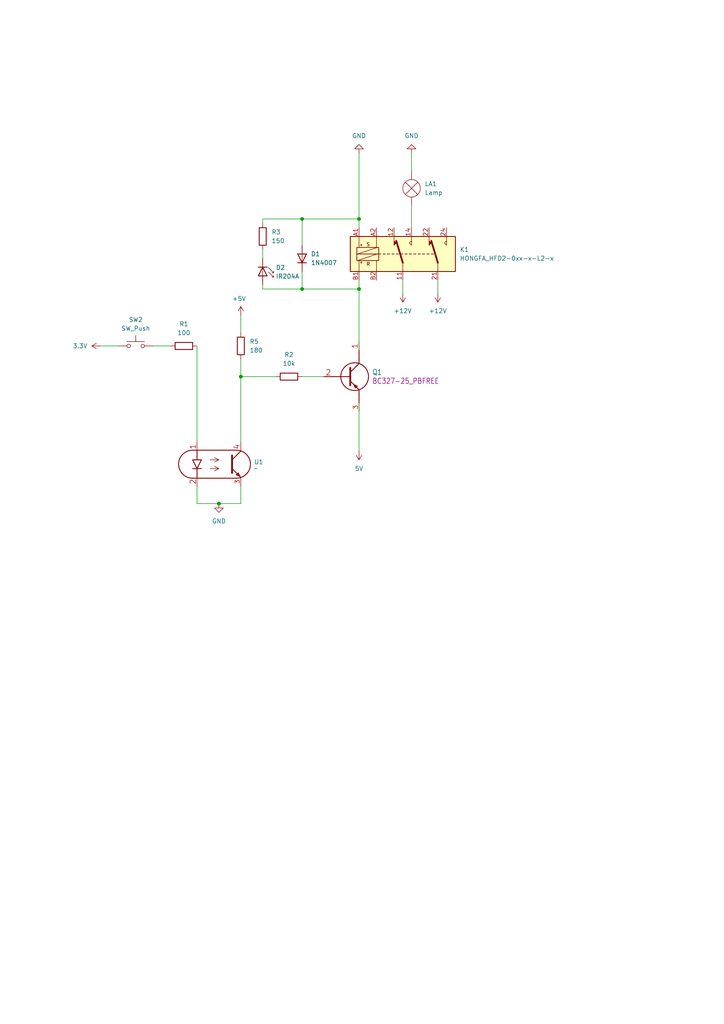
<source format=kicad_sch>
(kicad_sch (version 20250114) (generator "eeschema") (generator_version "9.0")
  (paper "A4" portrait)
  (lib_symbols
    (symbol "BC327-25_PBFREE_1" (pin_names (hide yes))
      (property "Reference" "Q" (at 13.97 1.27 0))
      (property "Part Name" "BC327-25_PBFREE" (at 13.97 -1.27 0))
      (symbol "BC327-25_PBFREE_1_1_0"
        (polyline (pts (xy 0 0) (xy 2.54 0)) (stroke (width 0.254)))
        (polyline (pts (xy 2.54 0) (xy 7.62 0)) (stroke (width 0.254)))
        (polyline (pts (xy 7.62 2.54) (xy 7.62 -2.54)) (stroke (width 0.508)))
        (polyline (pts (xy 7.62 1.27) (xy 10.16 3.81)) (stroke (width 0.254)))
        (polyline (pts (xy 7.62 -1.27) (xy 10.16 -3.81)) (stroke (width 0.254)))
        (arc (start 8.89 4.0161) (mid 12.9061 0) (end 8.89 -4.0161) (stroke (width 0.254)))
        (arc (start 8.89 -4.0161) (mid 4.8739 0) (end 8.89 4.0161) (stroke (width 0.254)))
        (polyline (pts (xy 9.652 -2.794) (xy 9.144 -3.302) (xy 8.636 -2.286) (xy 9.652 -2.794)) (stroke (width 0.254)) (fill (type outline)))
        (polyline (pts (xy 10.16 7.62) (xy 10.16 5.08)) (stroke (width 0.254)))
        (polyline (pts (xy 10.16 3.81) (xy 10.16 5.08)) (stroke (width 0.254)))
        (polyline (pts (xy 10.16 -3.81) (xy 10.16 -5.08)) (stroke (width 0.254)))
        (polyline (pts (xy 10.16 -7.62) (xy 10.16 -5.08)) (stroke (width 0.254)))
        (pin passive line (at 0 0 0) (length 2.54) (name "B") (number "2"))
        (pin passive line (at 10.16 7.62 90) (length 2.54) (name "C") (number "1"))
      )
      (symbol "BC327-25_PBFREE_1_1_1"
        (pin passive line (at 10.16 -7.62 270) (length 2.54) (name "A") (number "3"))
      )
    )
    (symbol "Device:Lamp" (pin_numbers (hide yes)) (pin_names (offset 0.0254) (hide yes))
      (property "Reference" "LA" (at 0.635 3.81 0))
      (property "Value" "Lamp" (at 0.635 -3.81 0))
      (symbol "Lamp_0_1"
        (polyline (pts (xy -1.778 1.778) (xy 1.778 -1.778)))
        (circle (center 0 0) (radius 2.54))
        (polyline (pts (xy 1.778 1.778) (xy -1.778 -1.778)))
      )
      (symbol "Lamp_1_1"
        (pin passive line (at 0 5.08 270) (length 2.54) (name "+") (number "2"))
        (pin passive line (at 0 -5.08 90) (length 2.54) (name "-") (number "1"))
      )
    )
    (symbol "Device:R" (pin_numbers (hide yes)) (pin_names (offset 0))
      (property "Reference" "R" (at 2.032 0 90))
      (property "Value" "R" (at 0 0 90))
      (symbol "R_0_1"
        (rectangle (start -1.016 -2.54) (end 1.016 2.54) (stroke (width 0.254)))
      )
      (symbol "R_1_1"
        (pin passive line (at 0 3.81 270) (length 1.27) (name "~") (number "1"))
        (pin passive line (at 0 -3.81 90) (length 1.27) (name "~") (number "2"))
      )
    )
    (symbol "Diode:1N4007" (pin_numbers (hide yes)) (pin_names (hide yes))
      (property "Reference" "D" (at 0 2.54 0))
      (property "Value" "1N4007" (at 0 -2.54 0))
      (symbol "1N4007_0_1"
        (polyline (pts (xy -1.27 1.27) (xy -1.27 -1.27)) (stroke (width 0.254)))
        (polyline (pts (xy 1.27 1.27) (xy 1.27 -1.27) (xy -1.27 0) (xy 1.27 1.27)) (stroke (width 0.254)))
        (polyline (pts (xy 1.27 0) (xy -1.27 0)))
      )
      (symbol "1N4007_1_1"
        (pin passive line (at -3.81 0 0) (length 2.54) (name "K") (number "1"))
        (pin passive line (at 3.81 0 180) (length 2.54) (name "A") (number "2"))
      )
    )
    (symbol "LED:IR204A" (pin_numbers (hide yes)) (pin_names (offset 1.016) (hide yes))
      (property "Reference" "D" (at 0.508 1.778 0))
      (property "Value" "IR204A" (at -1.016 -2.794 0))
      (symbol "IR204A_0_1"
        (polyline (pts (xy -2.54 1.27) (xy -2.54 -1.27)) (stroke (width 0.254)))
        (polyline (pts (xy -2.413 1.651) (xy -0.889 3.175) (xy -0.889 2.667) (xy -0.889 3.175) (xy -1.397 3.175)))
        (polyline (pts (xy -1.143 1.651) (xy 0.381 3.175) (xy 0.381 2.667)))
        (polyline (pts (xy 0 1.27) (xy -2.54 0) (xy 0 -1.27) (xy 0 1.27)) (stroke (width 0.254)))
        (polyline (pts (xy 0 0) (xy -2.54 0)))
        (polyline (pts (xy 0.381 3.175) (xy -0.127 3.175)))
      )
      (symbol "IR204A_1_1"
        (pin passive line (at -5.08 0 0) (length 2.54) (name "K") (number "1"))
        (pin passive line (at 2.54 0 180) (length 2.54) (name "A") (number "2"))
      )
    )
    (symbol "My_lib2:PC817X3NSZ9F" (pin_names (hide yes))
      (property "Reference" "U" (at -1.27 7.874 0))
      (symbol "PC817X3NSZ9F_0_1"
        (polyline (pts (xy -11.43 -4.064) (xy 1.27 -4.064)) (stroke (width 0.254)))
        (polyline (pts (xy -10.16 3.81) (xy -10.16 1.27)) (stroke (width 0.254)))
        (polyline (pts (xy -10.16 1.27) (xy -8.89 1.27) (xy -11.43 1.27) (xy -10.16 -1.27) (xy -8.89 1.27) (xy -10.16 -1.27) (xy -11.43 -1.27) (xy -8.89 -1.27)) (stroke (width 0.254)))
        (polyline (pts (xy -10.16 -3.81) (xy -10.16 -1.27)) (stroke (width 0.254)))
        (polyline (pts (xy -6.35 1.27) (xy -3.81 1.27) (xy -5.08 1.905) (xy -3.81 1.27) (xy -5.08 0.635)))
        (polyline (pts (xy -6.35 -1.27) (xy -3.81 -1.27) (xy -5.08 -0.635) (xy -3.81 -1.27) (xy -5.08 -1.905)))
        (polyline (pts (xy 1.27 4.064) (xy -11.43 4.064)) (stroke (width 0.254)))
      )
      (symbol "PC817X3NSZ9F_1_0"
        (arc (start -11.43 -4.064) (mid -15.494 0) (end -11.43 4.064) (stroke (width 0.254)))
        (polyline (pts (xy 0 2.54) (xy 0 -2.54)) (stroke (width 0.508)))
        (polyline (pts (xy 0 1.27) (xy 2.54 3.81)) (stroke (width 0.254)))
        (polyline (pts (xy 0 -1.27) (xy 2.54 -3.81)) (stroke (width 0.254)))
        (arc (start 1.27 4.064) (mid 5.334 0) (end 1.27 -4.064) (stroke (width 0.254)))
        (polyline (pts (xy 1.27 -3.048) (xy 1.778 -2.54) (xy 2.286 -3.556) (xy 1.27 -3.048)) (stroke (width 0.254)) (fill (type outline)))
        (pin input line (at -10.16 6.35 270) (length 2.54) (name "Anode") (number "1"))
        (pin output line (at -10.16 -6.35 90) (length 2.54) (name "Cathode") (number "2"))
        (pin passive line (at 2.54 6.35 270) (length 2.54) (name "Collector") (number "4"))
      )
      (symbol "PC817X3NSZ9F_1_1"
        (pin passive line (at 2.54 -6.35 90) (length 2.54) (name "Emitter") (number "3"))
      )
    )
    (symbol "Relay:HONGFA_HFD2-0xx-x-L2-x"
      (property "Reference" "K" (at 16.51 3.81 0))
      (property "Value" "HONGFA_HFD2-0xx-x-L2-x" (at 16.51 1.27 0))
      (symbol "HONGFA_HFD2-0xx-x-L2-x_0_0"
        (polyline (pts (xy -2.54 5.08) (xy -2.54 2.54) (xy -1.905 3.175) (xy -2.54 3.81)) (fill (type outline)))
        (polyline (pts (xy 2.54 5.08) (xy 2.54 2.54) (xy 1.905 3.175) (xy 2.54 3.81)))
        (polyline (pts (xy 7.62 5.08) (xy 7.62 2.54) (xy 8.255 3.175) (xy 7.62 3.81)) (fill (type outline)))
        (polyline (pts (xy 12.7 5.08) (xy 12.7 2.54) (xy 12.065 3.175) (xy 12.7 3.81)))
        (text "+" (at -12.065 2.667 0) (effects (font (size 0.762 0.762))))
        (text "+" (at -12.065 -2.413 0) (effects (font (size 0.762 0.762))))
        (text "S" (at -10.033 2.794 0) (effects (font (size 1.016 1.016))))
        (text "R" (at -10.033 -2.921 0) (effects (font (size 1.016 1.016))))
      )
      (symbol "HONGFA_HFD2-0xx-x-L2-x_0_1"
        (rectangle (start -15.24 5.08) (end 15.24 -5.08) (stroke (width 0.254)) (fill (type background)))
        (rectangle (start -13.335 1.905) (end -6.985 -1.905) (stroke (width 0.2032)))
        (polyline (pts (xy -13.335 0) (xy -6.35 0)) (stroke (width 0.2032)))
        (polyline (pts (xy -13.081 0) (xy -7.366 1.905)))
        (polyline (pts (xy -13.081 -1.905) (xy -7.493 0)))
        (polyline (pts (xy -12.7 5.08) (xy -12.7 1.905)))
        (polyline (pts (xy -12.7 -5.08) (xy -12.7 -1.905)))
        (polyline (pts (xy -7.62 5.08) (xy -7.62 1.905)))
        (polyline (pts (xy -7.62 -5.08) (xy -7.62 -1.905)))
        (polyline (pts (xy -5.715 0) (xy -5.08 0)) (stroke (width 0.2032)))
        (polyline (pts (xy -4.445 0) (xy -3.81 0)) (stroke (width 0.2032)))
        (polyline (pts (xy -3.175 0) (xy -2.54 0)) (stroke (width 0.2032)))
        (polyline (pts (xy -1.905 0) (xy -1.27 0)) (stroke (width 0.2032)))
        (polyline (pts (xy -0.635 0) (xy 0 0)) (stroke (width 0.2032)))
        (polyline (pts (xy 0 -2.54) (xy -1.905 3.81)) (stroke (width 0.508)))
        (polyline (pts (xy 0 -2.54) (xy 0 -5.08)))
        (polyline (pts (xy 0.635 0) (xy 1.27 0)) (stroke (width 0.2032)))
        (polyline (pts (xy 1.905 0) (xy 2.54 0)) (stroke (width 0.2032)))
        (polyline (pts (xy 3.175 0) (xy 3.81 0)) (stroke (width 0.2032)))
        (polyline (pts (xy 4.445 0) (xy 5.08 0)) (stroke (width 0.2032)))
        (polyline (pts (xy 5.715 0) (xy 6.35 0)) (stroke (width 0.2032)))
        (polyline (pts (xy 6.985 0) (xy 7.62 0)) (stroke (width 0.2032)))
        (polyline (pts (xy 8.255 0) (xy 8.89 0)) (stroke (width 0.2032)))
        (polyline (pts (xy 10.16 -2.54) (xy 8.255 3.81)) (stroke (width 0.508)))
        (polyline (pts (xy 10.16 -2.54) (xy 10.16 -5.08)))
      )
      (symbol "HONGFA_HFD2-0xx-x-L2-x_1_1"
        (pin passive line (at -12.7 7.62 270) (length 2.54) (name "~") (number "A1"))
        (pin passive line (at -12.7 -7.62 90) (length 2.54) (name "~") (number "B1"))
        (pin passive line (at -7.62 7.62 270) (length 2.54) (name "~") (number "A2"))
        (pin passive line (at -7.62 -7.62 90) (length 2.54) (name "~") (number "B2"))
        (pin passive line (at -2.54 7.62 270) (length 2.54) (name "~") (number "12"))
        (pin passive line (at 0 -7.62 90) (length 2.54) (name "~") (number "11"))
        (pin passive line (at 2.54 7.62 270) (length 2.54) (name "~") (number "14"))
        (pin passive line (at 7.62 7.62 270) (length 2.54) (name "~") (number "22"))
        (pin passive line (at 10.16 -7.62 90) (length 2.54) (name "~") (number "21"))
        (pin passive line (at 12.7 7.62 270) (length 2.54) (name "~") (number "24"))
      )
    )
    (symbol "Switch:SW_Push" (pin_numbers (hide yes)) (pin_names (offset 1.016) (hide yes))
      (property "Reference" "SW" (at 1.27 2.54 0))
      (property "Value" "SW_Push" (at 0 -1.524 0))
      (symbol "SW_Push_0_1"
        (circle (center -2.032 0) (radius 0.508))
        (polyline (pts (xy 0 1.27) (xy 0 3.048)))
        (circle (center 2.032 0) (radius 0.508))
        (polyline (pts (xy 2.54 1.27) (xy -2.54 1.27)))
        (pin passive line (at -5.08 0 0) (length 2.54) (name "1") (number "1"))
        (pin passive line (at 5.08 0 180) (length 2.54) (name "2") (number "2"))
      )
    )
    (symbol "power:+12V" (power) (pin_numbers (hide yes)) (pin_names (offset 0) (hide yes))
      (property "Value" "+12V" (at 0 3.556 0))
      (symbol "+12V_0_1"
        (polyline (pts (xy -0.762 1.27) (xy 0 2.54)))
        (polyline (pts (xy 0 2.54) (xy 0.762 1.27)))
        (polyline (pts (xy 0 0) (xy 0 2.54)))
      )
      (symbol "+12V_1_1"
        (pin power_in line (at 0 0 90) (length 0) (name "~") (number "1"))
      )
    )
    (symbol "power:+3.3V" (power) (pin_numbers (hide yes)) (pin_names (offset 0) (hide yes))
      (property "Value" "+3.3V" (at 0 3.556 0))
      (symbol "+3.3V_0_1"
        (polyline (pts (xy -0.762 1.27) (xy 0 2.54)))
        (polyline (pts (xy 0 2.54) (xy 0.762 1.27)))
        (polyline (pts (xy 0 0) (xy 0 2.54)))
      )
      (symbol "+3.3V_1_1"
        (pin power_in line (at 0 0 90) (length 0) (name "~") (number "1"))
      )
    )
    (symbol "power:+5V" (power) (pin_numbers (hide yes)) (pin_names (offset 0) (hide yes))
      (property "Value" "+5V" (at 0 3.556 0))
      (symbol "+5V_0_1"
        (polyline (pts (xy -0.762 1.27) (xy 0 2.54)))
        (polyline (pts (xy 0 2.54) (xy 0.762 1.27)))
        (polyline (pts (xy 0 0) (xy 0 2.54)))
      )
      (symbol "+5V_1_1"
        (pin power_in line (at 0 0 90) (length 0) (name "~") (number "1"))
      )
    )
    (symbol "power:GND" (power) (pin_numbers (hide yes)) (pin_names (offset 0) (hide yes))
      (property "Value" "GND" (at 0 -3.81 0))
      (symbol "GND_0_1"
        (polyline (pts (xy 0 0) (xy 0 -1.27) (xy 1.27 -1.27) (xy 0 -2.54) (xy -1.27 -1.27) (xy 0 -1.27)))
      )
      (symbol "GND_1_1"
        (pin power_in line (at 0 0 270) (length 0) (name "~") (number "1"))
      )
    )
  )
  (junction (at 87.63 63.5))
  (junction (at 69.85 109.22))
  (junction (at 104.14 83.82))
  (junction (at 104.14 63.5))
  (junction (at 63.5 146.05))
  (junction (at 87.63 83.82))
  (wire (pts (xy 57.15 146.05) (xy 63.5 146.05)))
  (wire (pts (xy 104.14 44.45) (xy 104.14 63.5)))
  (wire (pts (xy 104.14 81.28) (xy 104.14 83.82)))
  (wire (pts (xy 69.85 109.22) (xy 80.01 109.22)))
  (wire (pts (xy 127 81.28) (xy 127 85.09)))
  (wire (pts (xy 76.2 63.5) (xy 87.63 63.5)))
  (wire (pts (xy 119.38 44.45) (xy 119.38 49.53)))
  (wire (pts (xy 57.15 100.33) (xy 57.15 128.27)))
  (wire (pts (xy 69.85 109.22) (xy 69.85 104.14)))
  (wire (pts (xy 87.63 63.5) (xy 104.14 63.5)))
  (wire (pts (xy 116.84 85.09) (xy 116.84 81.28)))
  (wire (pts (xy 104.14 63.5) (xy 104.14 66.04)))
  (wire (pts (xy 69.85 109.22) (xy 69.85 128.27)))
  (wire (pts (xy 87.63 109.22) (xy 93.98 109.22)))
  (wire (pts (xy 104.14 116.84) (xy 104.14 130.81)))
  (wire (pts (xy 87.63 83.82) (xy 104.14 83.82)))
  (wire (pts (xy 119.38 59.69) (xy 119.38 66.04)))
  (wire (pts (xy 69.85 91.44) (xy 69.85 96.52)))
  (wire (pts (xy 104.14 83.82) (xy 104.14 101.6)))
  (wire (pts (xy 76.2 83.82) (xy 87.63 83.82)))
  (wire (pts (xy 63.5 146.05) (xy 69.85 146.05)))
  (wire (pts (xy 76.2 74.93) (xy 76.2 72.39)))
  (wire (pts (xy 57.15 146.05) (xy 57.15 140.97)))
  (wire (pts (xy 44.45 100.33) (xy 49.53 100.33)))
  (wire (pts (xy 29.21 100.33) (xy 34.29 100.33)))
  (wire (pts (xy 87.63 71.12) (xy 87.63 63.5)))
  (wire (pts (xy 87.63 78.74) (xy 87.63 83.82)))
  (wire (pts (xy 69.85 146.05) (xy 69.85 140.97)))
  (wire (pts (xy 76.2 82.55) (xy 76.2 83.82)))
  (wire (pts (xy 76.2 64.77) (xy 76.2 63.5)))
  (symbol (lib_id "power:+12V") (at 104.14 130.81 180) (unit 1)
    (property "Reference" "#PWR03" (effects (hide yes)))
    (property "Value" "5V" (at 104.14 135.89 0))
    (property "Description" "Power symbol creates a global label with name \"+12V\"" (effects (hide yes)))
  )
  (symbol (lib_id "Device:Lamp") (at 119.38 54.61 0) (unit 1)
    (property "Reference" "LA1" (at 123.19 53.3399 0) (effects (justify left)))
    (property "Value" "Lamp" (at 123.19 55.8799 0) (effects (justify left)))
    (property "Description" "Lamp" (effects (hide yes)))
  )
  (symbol (lib_id "My_lib2:PC817X3NSZ9F") (at 67.31 134.62 0) (unit 1)
    (property "Reference" "U1" (at 73.66 133.9849 0) (effects (justify left)))
    (property "Value" "~" (at 73.66 135.89 0) (effects (justify left)))
  )
  (symbol (lib_id "Device:R") (at 76.2 68.58 180) (unit 1)
    (property "Reference" "R3" (at 78.74 67.3099 0) (effects (justify right)))
    (property "Value" "150" (at 78.74 69.8499 0) (effects (justify right)))
    (property "Description" "Resistor" (effects (hide yes)))
  )
  (symbol (lib_id "power:GND") (at 104.14 44.45 180) (unit 1)
    (property "Reference" "#PWR011" (effects (hide yes)))
    (property "Value" "GND" (at 104.14 39.37 0))
    (property "Description" "Power symbol creates a global label with name \"GND\" , ground" (effects (hide yes)))
  )
  (symbol (lib_id "Relay:HONGFA_HFD2-0xx-x-L2-x") (at 116.84 73.66 0) (unit 1)
    (property "Reference" "K1" (at 133.35 72.3899 0) (effects (justify left)))
    (property "Value" "HONGFA_HFD2-0xx-x-L2-x" (at 133.35 74.9299 0) (effects (justify left)))
    (property "Footprint" "Relay_THT:Relay_DPDT_Omron_G6AK" (effects (hide yes)))
    (property "Datasheet" "https://source_cn.hongfa.com/Api/DownloadPdf/323" (effects (hide yes)))
    (property "Description" "Bistable miniature DPDT relay, 3A, 125VAC, THT" (effects (hide yes)))
  )
  (symbol (lib_id "LED:IR204A") (at 76.2 80.01 270) (unit 1)
    (property "Reference" "D2" (at 80.01 77.5969 90) (effects (justify left)))
    (property "Value" "IR204A" (at 80.01 80.1369 90) (effects (justify left)))
    (property "Footprint" "LED_THT:LED_D3.0mm_IRBlack" (effects (hide yes)))
    (property "Datasheet" "http://www.everlight.com/file/ProductFile/IR204-A.pdf" (effects (hide yes)))
    (property "Description" "Infrared LED , 3mm LED package" (effects (hide yes)))
  )
  (symbol (lib_id "power:+3.3V") (at 29.21 100.33 90) (unit 1)
    (property "Reference" "#PWR07" (effects (hide yes)))
    (property "Value" "3.3V" (at 25.4 100.3299 90) (effects (justify left)))
    (property "Description" "Power symbol creates a global label with name \"+3.3V\"" (effects (hide yes)))
  )
  (symbol (lib_id "power:+12V") (at 127 85.09 180) (unit 1)
    (property "Reference" "#PWR012" (effects (hide yes)))
    (property "Value" "+12V" (at 127 90.17 0))
    (property "Description" "Power symbol creates a global label with name \"+12V\"" (effects (hide yes)))
  )
  (symbol (lib_id "power:+12V") (at 116.84 85.09 180) (unit 1)
    (property "Reference" "#PWR010" (effects (hide yes)))
    (property "Value" "+12V" (at 116.84 90.17 0))
    (property "Description" "Power symbol creates a global label with name \"+12V\"" (effects (hide yes)))
  )
  (symbol (lib_id "Switch:SW_Push") (at 39.37 100.33 0) (unit 1)
    (property "Reference" "SW2" (at 39.37 92.71 0))
    (property "Value" "SW_Push" (at 39.37 95.25 0))
    (property "Description" "Push button switch, generic, two pins" (effects (hide yes)))
  )
  (symbol (lib_id "power:GND") (at 119.38 44.45 180) (unit 1)
    (property "Reference" "#PWR013" (effects (hide yes)))
    (property "Value" "GND" (at 119.38 39.37 0))
    (property "Description" "Power symbol creates a global label with name \"GND\" , ground" (effects (hide yes)))
  )
  (symbol (lib_id "Device:R") (at 53.34 100.33 90) (unit 1)
    (property "Reference" "R1" (at 53.34 93.98 90))
    (property "Value" "100" (at 53.34 96.52 90))
    (property "Description" "Resistor" (effects (hide yes)))
  )
  (symbol (lib_id "Diode:1N4007") (at 87.63 74.93 90) (unit 1)
    (property "Reference" "D1" (at 90.17 73.6599 90) (effects (justify right)))
    (property "Value" "1N4007" (at 90.17 76.1999 90) (effects (justify right)))
    (property "Footprint" "Diode_THT:D_DO-41_SOD81_P10.16mm_Horizontal" (effects (hide yes)))
    (property "Datasheet" "http://www.vishay.com/docs/88503/1n4001.pdf" (effects (hide yes)))
    (property "Description" "1000V 1A General Purpose Rectifier Diode, DO-41" (effects (hide yes)))
    (property "Sim.Device" "D" (effects (hide yes)))
    (property "Sim.Pins" "1=K 2=A" (effects (hide yes)))
  )
  (symbol (lib_id "power:+5V") (at 69.85 91.44 0) (unit 1)
    (property "Reference" "#PWR08" (effects (hide yes)))
    (property "Value" "+5V" (at 69.342 86.614 0))
    (property "Description" "Power symbol creates a global label with name \"+5V\"" (effects (hide yes)))
  )
  (symbol (lib_id "Device:R") (at 69.85 100.33 180) (unit 1)
    (property "Reference" "R5" (at 72.39 99.0599 0) (effects (justify right)))
    (property "Value" "180" (at 72.39 101.5999 0) (effects (justify right)))
    (property "Description" "Resistor" (effects (hide yes)))
  )
  (symbol (lib_id "Device:R") (at 83.82 109.22 270) (unit 1)
    (property "Reference" "R2" (at 83.82 102.87 90))
    (property "Value" "10k" (at 83.82 105.41 90))
    (property "Description" "Resistor" (effects (hide yes)))
  )
  (symbol (lib_name "BC327-25_PBFREE_1") (lib_id "My_lib2:BC327-25_PBFREE") (at 93.98 109.22 0) (unit 1)
    (property "Reference" "Q1" (at 107.95 107.9499 0) (effects (font (size 1.5833 1.3333)) (justify left)))
    (property "Footprint" "cadstarpcblib:BC32725PBFREE" (effects (hide yes)))
    (property "Description" "Bipolar Transistors - BJT PNP 50Vcbo 45 Vceo 500mA 625mW Trans" (effects (hide yes)))
    (property "Part Name" "BC327-25_PBFREE" (at 107.95 110.4899 0) (effects (font (size 1.5833 1.3333)) (justify left)))
    (property "Part Version" "1" (effects (hide yes)))
    (property "3D_Model" "BC327-25_PBFREE" (effects (hide yes)))
    (property "Arrow Part Number" "-" (effects (hide yes)))
    (property "Arrow Price/Stock" "-" (effects (hide yes)))
    (property "Height" "7.87mm" (effects (hide yes)))
    (property "Link Datasheet" "https://my.centralsemi.com/datasheets/BC327-328.PDF" (effects (hide yes)))
    (property "Link Mouser Price/Stock" "https://www.mouser.co.uk/ProductDetail/Central-Semiconductor/BC327-25-PBFREE?qs=u16ybLDytRZN73jSFKN2Hg%3D%3D" (effects (hide yes)))
    (property "Manufacturer_Name" "Central Semiconductor" (effects (hide yes)))
    (property "Manufacturer_Part_Number" "BC327-25 PBFREE" (effects (hide yes)))
    (property "Mouser Part Number" "610-BC327-25" (effects (hide yes)))
  )
  (symbol (lib_id "power:GND") (at 63.5 146.05 0) (unit 1)
    (property "Reference" "#PWR09" (effects (hide yes)))
    (property "Value" "GND" (at 63.5 151.13 0))
    (property "Description" "Power symbol creates a global label with name \"GND\" , ground" (effects (hide yes)))
  )
)
</source>
